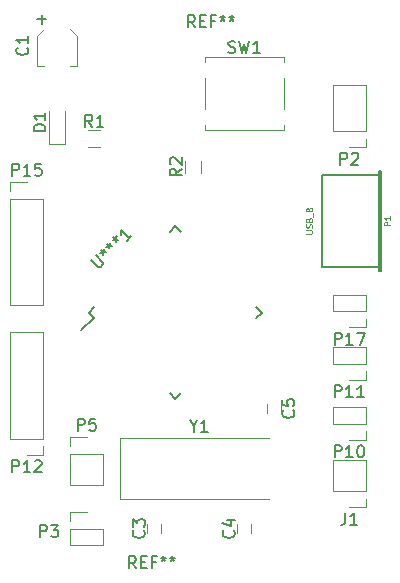
<source format=gto>
%TF.GenerationSoftware,KiCad,Pcbnew,4.0.6*%
%TF.CreationDate,2017-05-25T21:52:32-03:00*%
%TF.ProjectId,np08,6E7030382E6B696361645F7063620000,rev?*%
%TF.FileFunction,Legend,Top*%
%FSLAX46Y46*%
G04 Gerber Fmt 4.6, Leading zero omitted, Abs format (unit mm)*
G04 Created by KiCad (PCBNEW 4.0.6) date Thu May 25 21:52:32 2017*
%MOMM*%
%LPD*%
G01*
G04 APERTURE LIST*
%ADD10C,0.100000*%
%ADD11C,0.120000*%
%ADD12C,0.200660*%
%ADD13C,0.150000*%
%ADD14C,0.099060*%
G04 APERTURE END LIST*
D10*
D11*
X146270000Y-94170000D02*
X146880000Y-93560000D01*
X146270000Y-96730000D02*
X146880000Y-96730000D01*
X149710000Y-94190000D02*
X149120000Y-93590000D01*
X149710000Y-96730000D02*
X149120000Y-96730000D01*
X146270000Y-94170000D02*
X146270000Y-96710000D01*
X149710000Y-96730000D02*
X149710000Y-94190000D01*
X155610000Y-136240000D02*
X155610000Y-135540000D01*
X156810000Y-135540000D02*
X156810000Y-136240000D01*
X163230000Y-136240000D02*
X163230000Y-135540000D01*
X164430000Y-135540000D02*
X164430000Y-136240000D01*
X166970000Y-125380000D02*
X166970000Y-126080000D01*
X165770000Y-126080000D02*
X165770000Y-125380000D01*
X147300000Y-103300000D02*
X148700000Y-103300000D01*
X148700000Y-103300000D02*
X148700000Y-100500000D01*
X147300000Y-103300000D02*
X147300000Y-100500000D01*
X174110000Y-132715000D02*
X174110000Y-130055000D01*
X174110000Y-130055000D02*
X171330000Y-130055000D01*
X171330000Y-130055000D02*
X171330000Y-132715000D01*
X171330000Y-132715000D02*
X174110000Y-132715000D01*
X174110000Y-133350000D02*
X174110000Y-134105000D01*
X174110000Y-134105000D02*
X172720000Y-134105000D01*
D12*
X175353980Y-114056160D02*
X175353980Y-105653840D01*
X175455580Y-114056160D02*
X175455580Y-105653840D01*
X175455580Y-105653840D02*
X175254920Y-105653840D01*
X175254920Y-105653840D02*
X175254920Y-114056160D01*
X175254920Y-114056160D02*
X175455580Y-114056160D01*
X175455580Y-113753900D02*
X170454320Y-113753900D01*
X170454320Y-113753900D02*
X170454320Y-105956100D01*
X170454320Y-105956100D02*
X175455580Y-105956100D01*
D11*
X174110000Y-102235000D02*
X174110000Y-98305000D01*
X174110000Y-98305000D02*
X171330000Y-98305000D01*
X171330000Y-98305000D02*
X171330000Y-102235000D01*
X171330000Y-102235000D02*
X174110000Y-102235000D01*
X174110000Y-102870000D02*
X174110000Y-103625000D01*
X174110000Y-103625000D02*
X172720000Y-103625000D01*
X149105000Y-135890000D02*
X149105000Y-137280000D01*
X149105000Y-137280000D02*
X151885000Y-137280000D01*
X151885000Y-137280000D02*
X151885000Y-135890000D01*
X151885000Y-135890000D02*
X149105000Y-135890000D01*
X149105000Y-135255000D02*
X149105000Y-134500000D01*
X149105000Y-134500000D02*
X150495000Y-134500000D01*
X149105000Y-129540000D02*
X149105000Y-132200000D01*
X149105000Y-132200000D02*
X151885000Y-132200000D01*
X151885000Y-132200000D02*
X151885000Y-129540000D01*
X151885000Y-129540000D02*
X149105000Y-129540000D01*
X149105000Y-128905000D02*
X149105000Y-128150000D01*
X149105000Y-128150000D02*
X150495000Y-128150000D01*
X174110000Y-127000000D02*
X174110000Y-125610000D01*
X174110000Y-125610000D02*
X171330000Y-125610000D01*
X171330000Y-125610000D02*
X171330000Y-127000000D01*
X171330000Y-127000000D02*
X174110000Y-127000000D01*
X174110000Y-127635000D02*
X174110000Y-128390000D01*
X174110000Y-128390000D02*
X172720000Y-128390000D01*
X174110000Y-121920000D02*
X174110000Y-120530000D01*
X174110000Y-120530000D02*
X171330000Y-120530000D01*
X171330000Y-120530000D02*
X171330000Y-121920000D01*
X171330000Y-121920000D02*
X174110000Y-121920000D01*
X174110000Y-122555000D02*
X174110000Y-123310000D01*
X174110000Y-123310000D02*
X172720000Y-123310000D01*
X146805000Y-128270000D02*
X146805000Y-119260000D01*
X146805000Y-119260000D02*
X144025000Y-119260000D01*
X144025000Y-119260000D02*
X144025000Y-128270000D01*
X144025000Y-128270000D02*
X146805000Y-128270000D01*
X146805000Y-128905000D02*
X146805000Y-129660000D01*
X146805000Y-129660000D02*
X145415000Y-129660000D01*
X144025000Y-107950000D02*
X144025000Y-116960000D01*
X144025000Y-116960000D02*
X146805000Y-116960000D01*
X146805000Y-116960000D02*
X146805000Y-107950000D01*
X146805000Y-107950000D02*
X144025000Y-107950000D01*
X144025000Y-107315000D02*
X144025000Y-106560000D01*
X144025000Y-106560000D02*
X145415000Y-106560000D01*
X174110000Y-117475000D02*
X174110000Y-116085000D01*
X174110000Y-116085000D02*
X171330000Y-116085000D01*
X171330000Y-116085000D02*
X171330000Y-117475000D01*
X171330000Y-117475000D02*
X174110000Y-117475000D01*
X174110000Y-118110000D02*
X174110000Y-118865000D01*
X174110000Y-118865000D02*
X172720000Y-118865000D01*
X151630000Y-103550000D02*
X150630000Y-103550000D01*
X150630000Y-102190000D02*
X151630000Y-102190000D01*
X160217400Y-104752520D02*
X160217400Y-105752520D01*
X158857400Y-105752520D02*
X158857400Y-104752520D01*
X160480000Y-101710000D02*
X160480000Y-102160000D01*
X160480000Y-102160000D02*
X167180000Y-102160000D01*
X167180000Y-102160000D02*
X167180000Y-101760000D01*
X160480000Y-100410000D02*
X160480000Y-97710000D01*
X167180000Y-97710000D02*
X167180000Y-100410000D01*
X160480000Y-95960000D02*
X167180000Y-95960000D01*
X167180000Y-95960000D02*
X167180000Y-96410000D01*
X160480000Y-96410000D02*
X160480000Y-95960000D01*
D13*
X150669445Y-117602000D02*
X151093709Y-118026264D01*
X157988000Y-110283445D02*
X158461762Y-110757206D01*
X165306555Y-117602000D02*
X164832794Y-117128238D01*
X157988000Y-124920555D02*
X157514238Y-124446794D01*
X150669445Y-117602000D02*
X151143206Y-117128238D01*
X157988000Y-124920555D02*
X158461762Y-124446794D01*
X165306555Y-117602000D02*
X164832794Y-118075762D01*
X157988000Y-110283445D02*
X157514238Y-110757206D01*
X151093709Y-118026264D02*
X150050726Y-119069247D01*
D11*
X165920000Y-128260000D02*
X153320000Y-128260000D01*
X153320000Y-128260000D02*
X153320000Y-133360000D01*
X153320000Y-133360000D02*
X165920000Y-133360000D01*
D13*
X145457143Y-95166666D02*
X145504762Y-95214285D01*
X145552381Y-95357142D01*
X145552381Y-95452380D01*
X145504762Y-95595238D01*
X145409524Y-95690476D01*
X145314286Y-95738095D01*
X145123810Y-95785714D01*
X144980952Y-95785714D01*
X144790476Y-95738095D01*
X144695238Y-95690476D01*
X144600000Y-95595238D01*
X144552381Y-95452380D01*
X144552381Y-95357142D01*
X144600000Y-95214285D01*
X144647619Y-95166666D01*
X145552381Y-94214285D02*
X145552381Y-94785714D01*
X145552381Y-94500000D02*
X144552381Y-94500000D01*
X144695238Y-94595238D01*
X144790476Y-94690476D01*
X144838095Y-94785714D01*
X146671429Y-93160952D02*
X146671429Y-92399047D01*
X147052381Y-92779999D02*
X146290476Y-92779999D01*
X155317143Y-136056666D02*
X155364762Y-136104285D01*
X155412381Y-136247142D01*
X155412381Y-136342380D01*
X155364762Y-136485238D01*
X155269524Y-136580476D01*
X155174286Y-136628095D01*
X154983810Y-136675714D01*
X154840952Y-136675714D01*
X154650476Y-136628095D01*
X154555238Y-136580476D01*
X154460000Y-136485238D01*
X154412381Y-136342380D01*
X154412381Y-136247142D01*
X154460000Y-136104285D01*
X154507619Y-136056666D01*
X154412381Y-135723333D02*
X154412381Y-135104285D01*
X154793333Y-135437619D01*
X154793333Y-135294761D01*
X154840952Y-135199523D01*
X154888571Y-135151904D01*
X154983810Y-135104285D01*
X155221905Y-135104285D01*
X155317143Y-135151904D01*
X155364762Y-135199523D01*
X155412381Y-135294761D01*
X155412381Y-135580476D01*
X155364762Y-135675714D01*
X155317143Y-135723333D01*
X162937143Y-136056666D02*
X162984762Y-136104285D01*
X163032381Y-136247142D01*
X163032381Y-136342380D01*
X162984762Y-136485238D01*
X162889524Y-136580476D01*
X162794286Y-136628095D01*
X162603810Y-136675714D01*
X162460952Y-136675714D01*
X162270476Y-136628095D01*
X162175238Y-136580476D01*
X162080000Y-136485238D01*
X162032381Y-136342380D01*
X162032381Y-136247142D01*
X162080000Y-136104285D01*
X162127619Y-136056666D01*
X162365714Y-135199523D02*
X163032381Y-135199523D01*
X161984762Y-135437619D02*
X162699048Y-135675714D01*
X162699048Y-135056666D01*
X167977143Y-125896666D02*
X168024762Y-125944285D01*
X168072381Y-126087142D01*
X168072381Y-126182380D01*
X168024762Y-126325238D01*
X167929524Y-126420476D01*
X167834286Y-126468095D01*
X167643810Y-126515714D01*
X167500952Y-126515714D01*
X167310476Y-126468095D01*
X167215238Y-126420476D01*
X167120000Y-126325238D01*
X167072381Y-126182380D01*
X167072381Y-126087142D01*
X167120000Y-125944285D01*
X167167619Y-125896666D01*
X167072381Y-124991904D02*
X167072381Y-125468095D01*
X167548571Y-125515714D01*
X167500952Y-125468095D01*
X167453333Y-125372857D01*
X167453333Y-125134761D01*
X167500952Y-125039523D01*
X167548571Y-124991904D01*
X167643810Y-124944285D01*
X167881905Y-124944285D01*
X167977143Y-124991904D01*
X168024762Y-125039523D01*
X168072381Y-125134761D01*
X168072381Y-125372857D01*
X168024762Y-125468095D01*
X167977143Y-125515714D01*
X147002381Y-102238095D02*
X146002381Y-102238095D01*
X146002381Y-102000000D01*
X146050000Y-101857142D01*
X146145238Y-101761904D01*
X146240476Y-101714285D01*
X146430952Y-101666666D01*
X146573810Y-101666666D01*
X146764286Y-101714285D01*
X146859524Y-101761904D01*
X146954762Y-101857142D01*
X147002381Y-102000000D01*
X147002381Y-102238095D01*
X147002381Y-100714285D02*
X147002381Y-101285714D01*
X147002381Y-101000000D02*
X146002381Y-101000000D01*
X146145238Y-101095238D01*
X146240476Y-101190476D01*
X146288095Y-101285714D01*
X172386667Y-134557381D02*
X172386667Y-135271667D01*
X172339047Y-135414524D01*
X172243809Y-135509762D01*
X172100952Y-135557381D01*
X172005714Y-135557381D01*
X173386667Y-135557381D02*
X172815238Y-135557381D01*
X173100952Y-135557381D02*
X173100952Y-134557381D01*
X173005714Y-134700238D01*
X172910476Y-134795476D01*
X172815238Y-134843095D01*
D14*
X176182322Y-110224328D02*
X175681942Y-110224328D01*
X175681942Y-110033707D01*
X175705770Y-109986052D01*
X175729598Y-109962224D01*
X175777253Y-109938396D01*
X175848736Y-109938396D01*
X175896391Y-109962224D01*
X175920219Y-109986052D01*
X175944046Y-110033707D01*
X175944046Y-110224328D01*
X176182322Y-109461844D02*
X176182322Y-109747776D01*
X176182322Y-109604810D02*
X175681942Y-109604810D01*
X175753425Y-109652465D01*
X175801080Y-109700120D01*
X175824908Y-109747776D01*
X169080482Y-110927243D02*
X169485552Y-110927243D01*
X169533207Y-110903415D01*
X169557035Y-110879588D01*
X169580862Y-110831932D01*
X169580862Y-110736622D01*
X169557035Y-110688967D01*
X169533207Y-110665139D01*
X169485552Y-110641311D01*
X169080482Y-110641311D01*
X169557035Y-110426863D02*
X169580862Y-110355380D01*
X169580862Y-110236242D01*
X169557035Y-110188586D01*
X169533207Y-110164759D01*
X169485552Y-110140931D01*
X169437897Y-110140931D01*
X169390241Y-110164759D01*
X169366414Y-110188586D01*
X169342586Y-110236242D01*
X169318759Y-110331552D01*
X169294931Y-110379207D01*
X169271103Y-110403035D01*
X169223448Y-110426863D01*
X169175793Y-110426863D01*
X169128138Y-110403035D01*
X169104310Y-110379207D01*
X169080482Y-110331552D01*
X169080482Y-110212414D01*
X169104310Y-110140931D01*
X169318759Y-109759690D02*
X169342586Y-109688207D01*
X169366414Y-109664379D01*
X169414069Y-109640551D01*
X169485552Y-109640551D01*
X169533207Y-109664379D01*
X169557035Y-109688207D01*
X169580862Y-109735862D01*
X169580862Y-109926483D01*
X169080482Y-109926483D01*
X169080482Y-109759690D01*
X169104310Y-109712034D01*
X169128138Y-109688207D01*
X169175793Y-109664379D01*
X169223448Y-109664379D01*
X169271103Y-109688207D01*
X169294931Y-109712034D01*
X169318759Y-109759690D01*
X169318759Y-109926483D01*
X169628518Y-109545241D02*
X169628518Y-109163999D01*
X169318759Y-108878068D02*
X169342586Y-108806585D01*
X169366414Y-108782757D01*
X169414069Y-108758929D01*
X169485552Y-108758929D01*
X169533207Y-108782757D01*
X169557035Y-108806585D01*
X169580862Y-108854240D01*
X169580862Y-109044861D01*
X169080482Y-109044861D01*
X169080482Y-108878068D01*
X169104310Y-108830412D01*
X169128138Y-108806585D01*
X169175793Y-108782757D01*
X169223448Y-108782757D01*
X169271103Y-108806585D01*
X169294931Y-108830412D01*
X169318759Y-108878068D01*
X169318759Y-109044861D01*
D13*
X171981905Y-105077381D02*
X171981905Y-104077381D01*
X172362858Y-104077381D01*
X172458096Y-104125000D01*
X172505715Y-104172619D01*
X172553334Y-104267857D01*
X172553334Y-104410714D01*
X172505715Y-104505952D01*
X172458096Y-104553571D01*
X172362858Y-104601190D01*
X171981905Y-104601190D01*
X172934286Y-104172619D02*
X172981905Y-104125000D01*
X173077143Y-104077381D01*
X173315239Y-104077381D01*
X173410477Y-104125000D01*
X173458096Y-104172619D01*
X173505715Y-104267857D01*
X173505715Y-104363095D01*
X173458096Y-104505952D01*
X172886667Y-105077381D01*
X173505715Y-105077381D01*
X146561905Y-136602381D02*
X146561905Y-135602381D01*
X146942858Y-135602381D01*
X147038096Y-135650000D01*
X147085715Y-135697619D01*
X147133334Y-135792857D01*
X147133334Y-135935714D01*
X147085715Y-136030952D01*
X147038096Y-136078571D01*
X146942858Y-136126190D01*
X146561905Y-136126190D01*
X147466667Y-135602381D02*
X148085715Y-135602381D01*
X147752381Y-135983333D01*
X147895239Y-135983333D01*
X147990477Y-136030952D01*
X148038096Y-136078571D01*
X148085715Y-136173810D01*
X148085715Y-136411905D01*
X148038096Y-136507143D01*
X147990477Y-136554762D01*
X147895239Y-136602381D01*
X147609524Y-136602381D01*
X147514286Y-136554762D01*
X147466667Y-136507143D01*
X149756905Y-127602381D02*
X149756905Y-126602381D01*
X150137858Y-126602381D01*
X150233096Y-126650000D01*
X150280715Y-126697619D01*
X150328334Y-126792857D01*
X150328334Y-126935714D01*
X150280715Y-127030952D01*
X150233096Y-127078571D01*
X150137858Y-127126190D01*
X149756905Y-127126190D01*
X151233096Y-126602381D02*
X150756905Y-126602381D01*
X150709286Y-127078571D01*
X150756905Y-127030952D01*
X150852143Y-126983333D01*
X151090239Y-126983333D01*
X151185477Y-127030952D01*
X151233096Y-127078571D01*
X151280715Y-127173810D01*
X151280715Y-127411905D01*
X151233096Y-127507143D01*
X151185477Y-127554762D01*
X151090239Y-127602381D01*
X150852143Y-127602381D01*
X150756905Y-127554762D01*
X150709286Y-127507143D01*
X171505714Y-129842381D02*
X171505714Y-128842381D01*
X171886667Y-128842381D01*
X171981905Y-128890000D01*
X172029524Y-128937619D01*
X172077143Y-129032857D01*
X172077143Y-129175714D01*
X172029524Y-129270952D01*
X171981905Y-129318571D01*
X171886667Y-129366190D01*
X171505714Y-129366190D01*
X173029524Y-129842381D02*
X172458095Y-129842381D01*
X172743809Y-129842381D02*
X172743809Y-128842381D01*
X172648571Y-128985238D01*
X172553333Y-129080476D01*
X172458095Y-129128095D01*
X173648571Y-128842381D02*
X173743810Y-128842381D01*
X173839048Y-128890000D01*
X173886667Y-128937619D01*
X173934286Y-129032857D01*
X173981905Y-129223333D01*
X173981905Y-129461429D01*
X173934286Y-129651905D01*
X173886667Y-129747143D01*
X173839048Y-129794762D01*
X173743810Y-129842381D01*
X173648571Y-129842381D01*
X173553333Y-129794762D01*
X173505714Y-129747143D01*
X173458095Y-129651905D01*
X173410476Y-129461429D01*
X173410476Y-129223333D01*
X173458095Y-129032857D01*
X173505714Y-128937619D01*
X173553333Y-128890000D01*
X173648571Y-128842381D01*
X171505714Y-124762381D02*
X171505714Y-123762381D01*
X171886667Y-123762381D01*
X171981905Y-123810000D01*
X172029524Y-123857619D01*
X172077143Y-123952857D01*
X172077143Y-124095714D01*
X172029524Y-124190952D01*
X171981905Y-124238571D01*
X171886667Y-124286190D01*
X171505714Y-124286190D01*
X173029524Y-124762381D02*
X172458095Y-124762381D01*
X172743809Y-124762381D02*
X172743809Y-123762381D01*
X172648571Y-123905238D01*
X172553333Y-124000476D01*
X172458095Y-124048095D01*
X173981905Y-124762381D02*
X173410476Y-124762381D01*
X173696190Y-124762381D02*
X173696190Y-123762381D01*
X173600952Y-123905238D01*
X173505714Y-124000476D01*
X173410476Y-124048095D01*
X144200714Y-131112381D02*
X144200714Y-130112381D01*
X144581667Y-130112381D01*
X144676905Y-130160000D01*
X144724524Y-130207619D01*
X144772143Y-130302857D01*
X144772143Y-130445714D01*
X144724524Y-130540952D01*
X144676905Y-130588571D01*
X144581667Y-130636190D01*
X144200714Y-130636190D01*
X145724524Y-131112381D02*
X145153095Y-131112381D01*
X145438809Y-131112381D02*
X145438809Y-130112381D01*
X145343571Y-130255238D01*
X145248333Y-130350476D01*
X145153095Y-130398095D01*
X146105476Y-130207619D02*
X146153095Y-130160000D01*
X146248333Y-130112381D01*
X146486429Y-130112381D01*
X146581667Y-130160000D01*
X146629286Y-130207619D01*
X146676905Y-130302857D01*
X146676905Y-130398095D01*
X146629286Y-130540952D01*
X146057857Y-131112381D01*
X146676905Y-131112381D01*
X144200714Y-106012381D02*
X144200714Y-105012381D01*
X144581667Y-105012381D01*
X144676905Y-105060000D01*
X144724524Y-105107619D01*
X144772143Y-105202857D01*
X144772143Y-105345714D01*
X144724524Y-105440952D01*
X144676905Y-105488571D01*
X144581667Y-105536190D01*
X144200714Y-105536190D01*
X145724524Y-106012381D02*
X145153095Y-106012381D01*
X145438809Y-106012381D02*
X145438809Y-105012381D01*
X145343571Y-105155238D01*
X145248333Y-105250476D01*
X145153095Y-105298095D01*
X146629286Y-105012381D02*
X146153095Y-105012381D01*
X146105476Y-105488571D01*
X146153095Y-105440952D01*
X146248333Y-105393333D01*
X146486429Y-105393333D01*
X146581667Y-105440952D01*
X146629286Y-105488571D01*
X146676905Y-105583810D01*
X146676905Y-105821905D01*
X146629286Y-105917143D01*
X146581667Y-105964762D01*
X146486429Y-106012381D01*
X146248333Y-106012381D01*
X146153095Y-105964762D01*
X146105476Y-105917143D01*
X171505714Y-120317381D02*
X171505714Y-119317381D01*
X171886667Y-119317381D01*
X171981905Y-119365000D01*
X172029524Y-119412619D01*
X172077143Y-119507857D01*
X172077143Y-119650714D01*
X172029524Y-119745952D01*
X171981905Y-119793571D01*
X171886667Y-119841190D01*
X171505714Y-119841190D01*
X173029524Y-120317381D02*
X172458095Y-120317381D01*
X172743809Y-120317381D02*
X172743809Y-119317381D01*
X172648571Y-119460238D01*
X172553333Y-119555476D01*
X172458095Y-119603095D01*
X173362857Y-119317381D02*
X174029524Y-119317381D01*
X173600952Y-120317381D01*
X150963334Y-101872381D02*
X150630000Y-101396190D01*
X150391905Y-101872381D02*
X150391905Y-100872381D01*
X150772858Y-100872381D01*
X150868096Y-100920000D01*
X150915715Y-100967619D01*
X150963334Y-101062857D01*
X150963334Y-101205714D01*
X150915715Y-101300952D01*
X150868096Y-101348571D01*
X150772858Y-101396190D01*
X150391905Y-101396190D01*
X151915715Y-101872381D02*
X151344286Y-101872381D01*
X151630000Y-101872381D02*
X151630000Y-100872381D01*
X151534762Y-101015238D01*
X151439524Y-101110476D01*
X151344286Y-101158095D01*
X158539781Y-105419186D02*
X158063590Y-105752520D01*
X158539781Y-105990615D02*
X157539781Y-105990615D01*
X157539781Y-105609662D01*
X157587400Y-105514424D01*
X157635019Y-105466805D01*
X157730257Y-105419186D01*
X157873114Y-105419186D01*
X157968352Y-105466805D01*
X158015971Y-105514424D01*
X158063590Y-105609662D01*
X158063590Y-105990615D01*
X157635019Y-105038234D02*
X157587400Y-104990615D01*
X157539781Y-104895377D01*
X157539781Y-104657281D01*
X157587400Y-104562043D01*
X157635019Y-104514424D01*
X157730257Y-104466805D01*
X157825495Y-104466805D01*
X157968352Y-104514424D01*
X158539781Y-105085853D01*
X158539781Y-104466805D01*
X162496667Y-95564762D02*
X162639524Y-95612381D01*
X162877620Y-95612381D01*
X162972858Y-95564762D01*
X163020477Y-95517143D01*
X163068096Y-95421905D01*
X163068096Y-95326667D01*
X163020477Y-95231429D01*
X162972858Y-95183810D01*
X162877620Y-95136190D01*
X162687143Y-95088571D01*
X162591905Y-95040952D01*
X162544286Y-94993333D01*
X162496667Y-94898095D01*
X162496667Y-94802857D01*
X162544286Y-94707619D01*
X162591905Y-94660000D01*
X162687143Y-94612381D01*
X162925239Y-94612381D01*
X163068096Y-94660000D01*
X163401429Y-94612381D02*
X163639524Y-95612381D01*
X163830001Y-94898095D01*
X164020477Y-95612381D01*
X164258572Y-94612381D01*
X165163334Y-95612381D02*
X164591905Y-95612381D01*
X164877619Y-95612381D02*
X164877619Y-94612381D01*
X164782381Y-94755238D01*
X164687143Y-94850476D01*
X164591905Y-94898095D01*
X150844538Y-113152278D02*
X151416958Y-113724698D01*
X151517973Y-113758370D01*
X151585316Y-113758370D01*
X151686331Y-113724698D01*
X151821019Y-113590010D01*
X151854691Y-113488995D01*
X151854691Y-113421652D01*
X151821019Y-113320637D01*
X151248599Y-112748217D01*
X151686331Y-112310484D02*
X151854690Y-112478843D01*
X151618988Y-112579858D02*
X151854690Y-112478843D01*
X151955706Y-112243140D01*
X151888362Y-112714545D02*
X151854690Y-112478843D01*
X152090393Y-112512514D01*
X152225080Y-111771736D02*
X152393438Y-111940095D01*
X152157736Y-112041110D02*
X152393438Y-111940095D01*
X152494454Y-111704392D01*
X152427110Y-112175797D02*
X152393438Y-111940095D01*
X152629141Y-111973766D01*
X152763828Y-111232988D02*
X152932186Y-111401347D01*
X152696484Y-111502362D02*
X152932186Y-111401347D01*
X153033202Y-111165644D01*
X152965858Y-111637049D02*
X152932186Y-111401347D01*
X153167889Y-111435018D01*
X154279057Y-111131972D02*
X153874996Y-111536033D01*
X154077026Y-111334003D02*
X153369919Y-110626896D01*
X153403591Y-110795255D01*
X153403591Y-110929942D01*
X153369919Y-111030957D01*
X159543809Y-127236190D02*
X159543809Y-127712381D01*
X159210476Y-126712381D02*
X159543809Y-127236190D01*
X159877143Y-126712381D01*
X160734286Y-127712381D02*
X160162857Y-127712381D01*
X160448571Y-127712381D02*
X160448571Y-126712381D01*
X160353333Y-126855238D01*
X160258095Y-126950476D01*
X160162857Y-126998095D01*
X159666667Y-93452381D02*
X159333333Y-92976190D01*
X159095238Y-93452381D02*
X159095238Y-92452381D01*
X159476191Y-92452381D01*
X159571429Y-92500000D01*
X159619048Y-92547619D01*
X159666667Y-92642857D01*
X159666667Y-92785714D01*
X159619048Y-92880952D01*
X159571429Y-92928571D01*
X159476191Y-92976190D01*
X159095238Y-92976190D01*
X160095238Y-92928571D02*
X160428572Y-92928571D01*
X160571429Y-93452381D02*
X160095238Y-93452381D01*
X160095238Y-92452381D01*
X160571429Y-92452381D01*
X161333334Y-92928571D02*
X161000000Y-92928571D01*
X161000000Y-93452381D02*
X161000000Y-92452381D01*
X161476191Y-92452381D01*
X162000000Y-92452381D02*
X162000000Y-92690476D01*
X161761905Y-92595238D02*
X162000000Y-92690476D01*
X162238096Y-92595238D01*
X161857143Y-92880952D02*
X162000000Y-92690476D01*
X162142858Y-92880952D01*
X162761905Y-92452381D02*
X162761905Y-92690476D01*
X162523810Y-92595238D02*
X162761905Y-92690476D01*
X163000001Y-92595238D01*
X162619048Y-92880952D02*
X162761905Y-92690476D01*
X162904763Y-92880952D01*
X154666667Y-139252381D02*
X154333333Y-138776190D01*
X154095238Y-139252381D02*
X154095238Y-138252381D01*
X154476191Y-138252381D01*
X154571429Y-138300000D01*
X154619048Y-138347619D01*
X154666667Y-138442857D01*
X154666667Y-138585714D01*
X154619048Y-138680952D01*
X154571429Y-138728571D01*
X154476191Y-138776190D01*
X154095238Y-138776190D01*
X155095238Y-138728571D02*
X155428572Y-138728571D01*
X155571429Y-139252381D02*
X155095238Y-139252381D01*
X155095238Y-138252381D01*
X155571429Y-138252381D01*
X156333334Y-138728571D02*
X156000000Y-138728571D01*
X156000000Y-139252381D02*
X156000000Y-138252381D01*
X156476191Y-138252381D01*
X157000000Y-138252381D02*
X157000000Y-138490476D01*
X156761905Y-138395238D02*
X157000000Y-138490476D01*
X157238096Y-138395238D01*
X156857143Y-138680952D02*
X157000000Y-138490476D01*
X157142858Y-138680952D01*
X157761905Y-138252381D02*
X157761905Y-138490476D01*
X157523810Y-138395238D02*
X157761905Y-138490476D01*
X158000001Y-138395238D01*
X157619048Y-138680952D02*
X157761905Y-138490476D01*
X157904763Y-138680952D01*
M02*

</source>
